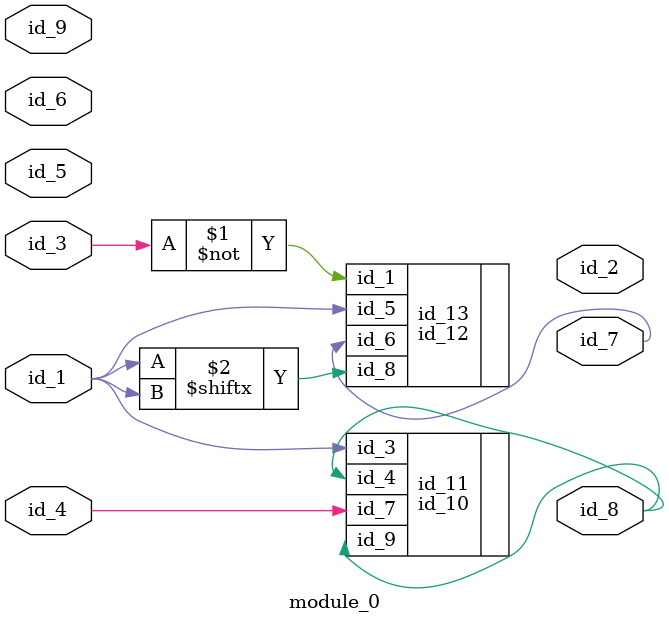
<source format=v>
module module_0 (
    id_1,
    id_2,
    id_3,
    id_4,
    id_5,
    id_6,
    id_7,
    id_8,
    id_9
);
  input id_9;
  output id_8;
  output id_7;
  input id_6;
  input id_5;
  input id_4;
  input id_3;
  output id_2;
  input id_1;
  id_10 id_11 (
      .id_9(id_8),
      .id_3(id_1),
      .id_7(id_4),
      .id_4(id_8)
  );
  id_12 id_13 (
      .id_1(~id_3),
      .id_6(id_7),
      .id_5(id_1),
      .id_8(id_1[id_1])
  );
endmodule

</source>
